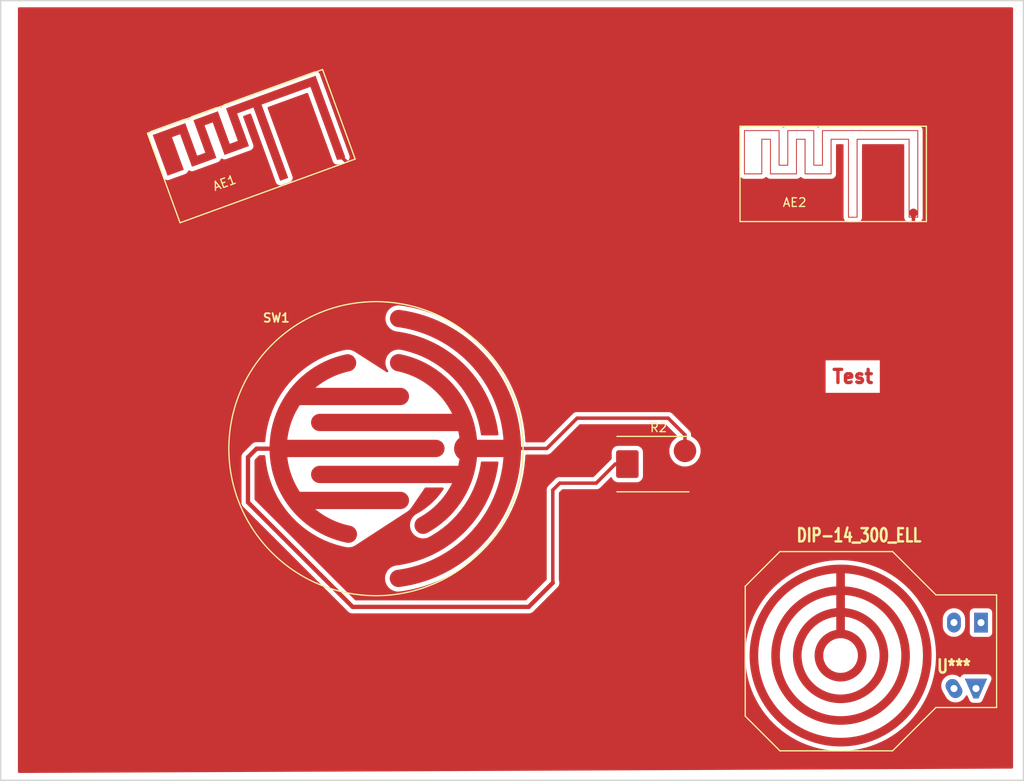
<source format=kicad_pcb>
(kicad_pcb (version 20211014) (generator pcbnew)
  (layers (0 "F.Cu" signal) (31 "B.Cu" signal) (34 "B.Paste" user) (35 "F.Paste" user) (36 "B.SilkS" user "B.Silkscreen") (37 "F.SilkS" user "F.Silkscreen") (38 "B.Mask" user) (39 "F.Mask" user) (44 "Edge.Cuts" user))
  (net 0 "")
  (net 1 "/PAD2")
  (net 2 "/PAD1")
  (net 3 "GND")
  (footprint "Diodes_SMD:DO-214AB" (layer "F.Cu") (at 136.9 101.5)
    (fp_text reference "R2" (at 0 -4.2) (layer "F.SilkS"))
    (fp_text value "R")
    (fp_line (start -4.8 -3.2) (end 3.5 -3.2) (layer "F.SilkS") (width 0.15))
    (fp_line (start 3.5 3.2) (end -4.8 3.2) (layer "F.SilkS") (width 0.15))
    (pad "1" smd roundrect locked (at -3.6 0) (size 2.6 3.2) (layers "F.Cu" "F.Paste" "F.Mask") (roundrect_rratio 0.1) (net 2 "/PAD1"))
    (pad "2" smd circle locked (at 3.048 -1.524) (size 2.6 2.6) (layers "F.Cu" "F.Paste" "F.Mask") (net 1 "/PAD2"))
  )
  (footprint "Connect:1pin" (layer "F.Cu") (at 166.3 72.5)
    (fp_text reference "AE2" (at -13.7 -1.2) (layer "F.SilkS"))
    (fp_text value "Antenna")
    (fp_line (start 1.5 -10) (end 1.5 1) (layer "F.SilkS") (width 0.15))
    (fp_line (start -20 -10) (end 1.5 -10) (layer "F.SilkS") (width 0.15))
    (fp_line (start 1.5 1) (end -20 1) (layer "F.SilkS") (width 0.15))
    (fp_line (start -20 1) (end -20 -10) (layer "F.SilkS") (width 0.15))
    (pad "1" smd custom locked (at 0 0) (size 1 1) (layers "F.Cu" "F.Paste" "F.Mask") (net 3 "GND") (options (clearance outline) (anchor circle)) (primitives (gr_line (start -0.4928 -8.5) (end -0.4928 0.5) (width 0.1)) (gr_line (start -6.4928 -8.5) (end -0.4928 -8.5) (width 0.1)) (gr_line (start -6.4928 0.5) (end -6.4928 -8.5) (width 0.1)) (gr_line (start -7.4928 0.5) (end -6.4928 0.5) (width 0.1)) (gr_line (start -7.4928 -8.5) (end -7.4928 0.5) (width 0.1)) (gr_line (start -9.4928 -8.5) (end -7.4928 -8.5) (width 0.1)) (gr_line (start -9.4928 -4.5) (end -9.4928 -8.5) (width 0.1)) (gr_line (start -12.4928 -4.5) (end -9.4928 -4.5) (width 0.1)) (gr_line (start -12.4928 -8.5) (end -12.4928 -4.5) (width 0.1)) (gr_line (start -13.4928 -8.5) (end -12.4928 -8.5) (width 0.1)) (gr_line (start -13.4928 -4.5) (end -13.4928 -8.5) (width 0.1)) (gr_line (start -16.4928 -4.5) (end -13.4928 -4.5) (width 0.1)) (gr_line (start -16.4928 -8.5) (end -16.4928 -4.5) (width 0.1)) (gr_line (start -17.4928 -8.5) (end -16.4928 -8.5) (width 0.1)) (gr_line (start -17.4928 -4.5) (end -17.4928 -8.5) (width 0.1)) (gr_line (start -19.4928 -4.5) (end -17.4928 -4.5) (width 0.1)) (gr_line (start -19.4928 -9.5) (end -19.4928 -4.5) (width 0.1)) (gr_line (start -15.4928 -9.5) (end -19.4928 -9.5) (width 0.1)) (gr_line (start -15.4928 -5.5) (end -15.4928 -9.5) (width 0.1)) (gr_line (start -14.4928 -5.5) (end -15.4928 -5.5) (width 0.1)) (gr_line (start -14.4928 -9.5) (end -14.4928 -5.5) (width 0.1)) (gr_line (start -11.4928 -9.5) (end -14.4928 -9.5) (width 0.1)) (gr_line (start -11.4928 -5.5) (end -11.4928 -9.5) (width 0.1)) (gr_line (start -10.4928 -5.5) (end -11.4928 -5.5) (width 0.1)) (gr_line (start -10.4928 -9.5) (end -10.4928 -5.5) (width 0.1)) (gr_line (start 0.5072 -9.5) (end -10.4928 -9.5) (width 0.1)) (gr_line (start 0.5072 0.5) (end 0.5072 -9.5) (width 0.1)) (gr_line (start -0.4928 0.5) (end 0.5072 0.5) (width 0.1))))
  )
  (footprint "Connect:1pin" (layer "F.Cu") (at 100.15 65.86 20)
    (fp_text reference "AE1" (at -13.619 -1.567 20) (layer "F.SilkS"))
    (fp_text value "Antenna")
    (fp_line (start 1.5 1) (end -20 1) (layer "F.SilkS") (width 0.15))
    (fp_line (start -20 1) (end -20 -10) (layer "F.SilkS") (width 0.15))
    (fp_line (start 1.5 -10) (end 1.5 1) (layer "F.SilkS") (width 0.15))
    (fp_line (start -20 -10) (end 1.5 -10) (layer "F.SilkS") (width 0.15))
    (pad "1" connect custom locked (at 0 0 20) (size 1 1) (layers "F.Cu" "F.Mask") (net 3 "GND") (options (clearance outline) (anchor circle)) (primitives (gr_poly (pts (xy -15.5 -5.6) (xy -14.5 -5.6) (xy -14.5 -9.6) (xy -11.5 -9.6) (xy -11.5 -5.6) (xy -10.5 -5.6) (xy -10.5 -9.6) (xy 0.5 -9.6) (xy 0.5 0.4) (xy -0.5 0.4) (xy -0.5 -8.6) (xy -6.5 -8.6) (xy -6.5 0.4) (xy -7.5 0.4) (xy -7.5 -8.6) (xy -9.5 -8.6) (xy -9.5 -4.6) (xy -12.5 -4.6) (xy -12.5 -8.6) (xy -13.5 -8.6) (xy -13.5 -4.6) (xy -16.5 -4.6) (xy -16.5 -8.6) (xy -17.5 -8.6) (xy -17.5 -4.6) (xy -19.5 -4.6) (xy -19.5 -9.6) (xy -15.5 -9.6)) (width 0) (fill yes))))
  )
  (footprint "Dip_sockets:DIP-14__300_ELL" (layer "F.Cu") (at 165.9 123.6 180)
    (fp_text reference "U***" (at -5.08 -1.27 180) (layer "F.SilkS") (effects (font (size 1.524 1.143) (thickness 0.3048))))
    (fp_text value "DIP-14_300_ELL" (at 5.88 13.872 180) (layer "F.SilkS") (effects (font (size 1.524 1.143) (thickness 0.3048))))
    (fp_line (start 19 -7) (end 19 8) (layer "F.SilkS") (width 0.15))
    (fp_line (start -3 -6) (end 2 -11) (layer "F.SilkS") (width 0.15))
    (fp_line (start -10 -6) (end -9 -6) (layer "F.SilkS") (width 0.15))
    (fp_line (start 2 12) (end -3 7) (layer "F.SilkS") (width 0.15))
    (fp_line (start -3 7) (end -10 7) (layer "F.SilkS") (width 0.15))
    (fp_line (start 19 8) (end 15 12) (layer "F.SilkS") (width 0.15))
    (fp_line (start -10 7) (end -10 -6) (layer "F.SilkS") (width 0.15))
    (fp_line (start 2 -11) (end 15 -11) (layer "F.SilkS") (width 0.15))
    (fp_line (start 15 -11) (end 19 -7) (layer "F.SilkS") (width 0.15))
    (fp_line (start -9 -6) (end -3 -6) (layer "F.SilkS") (width 0.15))
    (fp_line (start 15 12) (end 2 12) (layer "F.SilkS") (width 0.15))
    (pad "1" thru_hole rect locked (at -8.2 3.8 180) (size 1.5748 2.286) (drill 0.8128) (layers *.Cu *.Mask))
    (pad "2" thru_hole oval locked (at -5.08 3.81 180) (size 1.5748 2.286) (drill 0.8128) (layers *.Cu *.Mask))
    (pad "3" thru_hole trapezoid locked (at -7.62 -3.81 180) (size 1.5748 2.286) (rect_delta 0 1) (drill 0.8128) (layers *.Cu *.Mask))
    (pad "4" thru_hole oval locked (at -5.08 -3.81 210) (size 1.5748 2.286) (drill 0.8128) (layers *.Cu *.Mask))
    (pad "5" connect custom locked (at 8 10 180) (size 1 1) (layers "F.Cu" "F.Mask") (options (clearance convexhull) (anchor circle)) (primitives (gr_circle (center 0 -10) (end 2.5 -10) (width 1)) (gr_circle (center 0 -10) (end 5 -10) (width 1)) (gr_circle (center 0 -10) (end 7.5 -10) (width 1)) (gr_circle (center 0 -10) (end 10 -10) (width 1)) (gr_line (start 0 0) (end 0 -7.5) (width 1))))
  )
  (footprint "Discret:C2" (layer "F.Cu") (at 104.299 99.72)
    (fp_text reference "SW1" (at -11.5 -15.1) (layer "F.SilkS") (effects (font (thickness 0.2))))
    (fp_text value "R" hide)
    (fp_circle (center 0 0) (end 12.065 -11.938) (layer "F.SilkS") (width 0.15) (fill none))
    (pad "1" connect custom locked (at -11.081 -0.025 90) (size 1.397 1.397) (layers "F.Cu" "F.Mask") (net 2 "/PAD1") (options (clearance convexhull) (anchor rect)) (primitives (gr_line (start 6 1.9) (end 6 13.9) (width 2)) (gr_line (start -6 1.9) (end -6 13.9) (width 2)) (gr_line (start 0 -0.1) (end 0 18) (width 2)) (gr_arc (start -9.9 7.9) (mid -0.049149 -0.19988) (end 9.880067 7.803745) (width 2))))
    (pad "2" connect custom locked (at 10.509 -0.025 270) (size 3 3) (layers "F.Cu" "F.Mask") (net 1 "/PAD2") (options (clearance outline) (anchor circle)) (primitives (gr_line (start 3 0.5) (end 3 17) (width 2)) (gr_line (start -3 0.5) (end -3 17) (width 2)) (gr_arc (start -9.9 7.9) (mid -1.506614 -0.086997) (end 8.869415 5.068492) (width 2)) (gr_arc (start -15 7.9) (mid 0.011791 -5.232741) (end 15.003098 7.923378) (width 2)) (gr_line (start 0 0) (end 0 -5) (width 2))))
  )
  (gr_line (start 179 48) (end 179 138) (layer "Edge.Cuts") (width 0.15))
  (gr_line (start 179 138) (end 61 138) (layer "Edge.Cuts") (width 0.15))
  (gr_line (start 61 48) (end 179 48) (layer "Edge.Cuts") (width 0.15))
  (gr_line (start 61 138) (end 61 48) (layer "Edge.Cuts") (width 0.15))
  (gr_text "Test" (at 159.3 91.4) (layer "F.Cu") (effects (font (size 1.524 1.524) (thickness 0.381))))
  (segment (start 139.948 98.137523) (end 138.010477 96.2) (width 0.4) (layer "F.Cu") (net 1))
  (segment (start 114.808 99.695) (end 124.005 99.695) (width 0.4) (layer "F.Cu") (net 1))
  (segment (start 138.010477 96.2) (end 127.5 96.2) (width 0.4) (layer "F.Cu") (net 1))
  (segment (start 139.948 99.976) (end 139.948 98.137523) (width 0.4) (layer "F.Cu") (net 1))
  (segment (start 124.005 99.695) (end 127.5 96.2) (width 0.4) (layer "F.Cu") (net 1))
  (segment (start 101.6 117.983) (end 89.535 105.918) (width 0.5) (layer "F.Cu") (net 2))
  (segment (start 129.7 103.7) (end 125.5 103.7) (width 0.4) (layer "F.Cu") (net 2))
  (segment (start 125.5 103.7) (end 124.7 104.5) (width 0.4) (layer "F.Cu") (net 2))
  (segment (start 90.526 99.72) (end 93.799 99.72) (width 0.5) (layer "F.Cu") (net 2))
  (segment (start 121.917 117.983) (end 101.6 117.983) (width 0.5) (layer "F.Cu") (net 2))
  (segment (start 89.535 105.918) (end 89.535 100.711) (width 0.5) (layer "F.Cu") (net 2))
  (segment (start 131.9 101.5) (end 129.7 103.7) (width 0.4) (layer "F.Cu") (net 2))
  (segment (start 89.535 100.711) (end 90.526 99.72) (width 0.5) (layer "F.Cu") (net 2))
  (segment (start 133.3 101.5) (end 131.9 101.5) (width 0.4) (layer "F.Cu") (net 2))
  (segment (start 124.7 104.5) (end 124.7 115.2) (width 0.4) (layer "F.Cu") (net 2))
  (segment (start 124.7 115.2) (end 121.917 117.983) (width 0.5) (layer "F.Cu") (net 2))
  (segment (start 166.3 72.5) (end 166.3 75.5) (width 0.4) (layer "F.Cu") (net 3))
  (segment (start 100.15 65.86) (end 102.5 68.21) (width 0.4) (layer "F.Cu") (net 3))
  (segment (start 102.5 68.21) (end 102.5 69.2) (width 0.4) (layer "F.Cu") (net 3))
  (zone (net 3) (net_name "GND") (layer "F.Cu") (connect_pads (clearance 0.5)) (min_thickness 0.254) (fill yes (thermal_gap 0.508) (thermal_bridge_width 0.508))
    (polygon (pts (xy 62.992 48.768) (xy 177.8 48.768) (xy 177.8 136.652) (xy 62.992 137.16)))
  )
)
</source>
